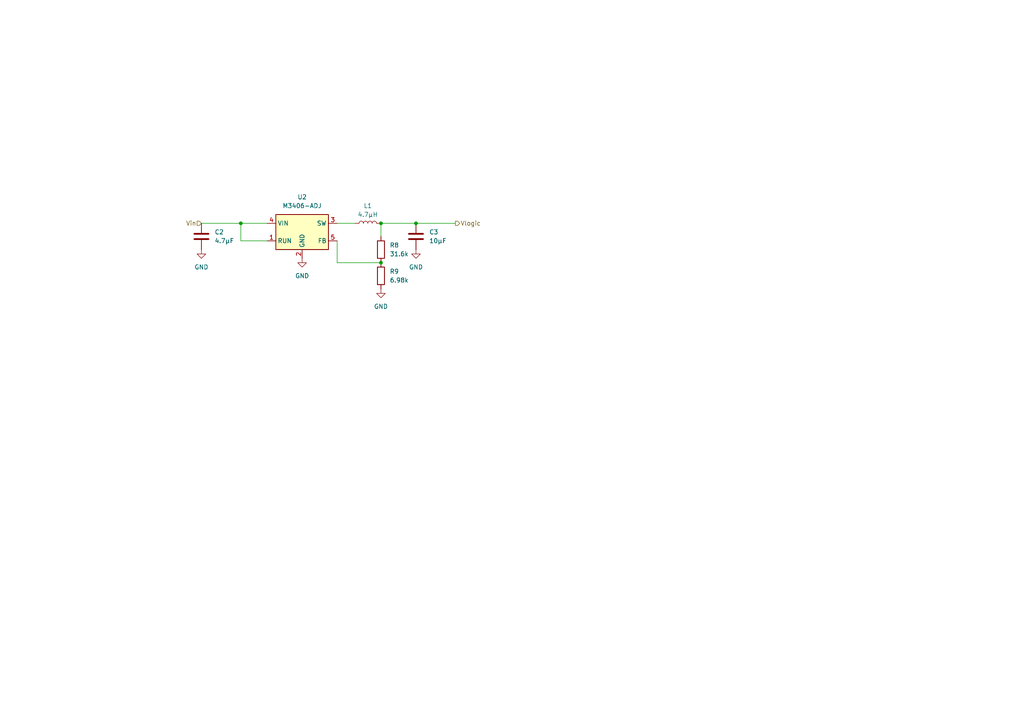
<source format=kicad_sch>
(kicad_sch (version 20230121) (generator eeschema)
  (paper "A4")
  (lib_symbols
    (symbol "Device:C" (pin_numbers hide) (pin_names (offset 0.254))
      (property "Reference" "C" (at 0.635 2.54 0))
      (property "Value" "C" (at 0.635 -2.54 0))
      (symbol "C_0_1"
        (polyline (pts (xy -2.032 -0.762) (xy 2.032 -0.762)) (stroke (width 0.508)))
        (polyline (pts (xy -2.032 0.762) (xy 2.032 0.762)) (stroke (width 0.508)))
      )
      (symbol "C_1_1"
        (pin passive line (at 0 3.81 270) (length 2.794) (name "~") (number "1"))
        (pin passive line (at 0 -3.81 90) (length 2.794) (name "~") (number "2"))
      )
    )
    (symbol "Device:L" (pin_numbers hide) (pin_names (offset 1.016) hide)
      (property "Reference" "L" (at -1.27 0 90))
      (property "Value" "L" (at 1.905 0 90))
      (symbol "L_0_1"
        (arc (start 0 -2.54) (mid 0.6323 -1.905) (end 0 -1.27))
        (arc (start 0 -1.27) (mid 0.6323 -0.635) (end 0 0))
        (arc (start 0 0) (mid 0.6323 0.635) (end 0 1.27))
        (arc (start 0 1.27) (mid 0.6323 1.905) (end 0 2.54))
      )
      (symbol "L_1_1"
        (pin passive line (at 0 3.81 270) (length 1.27) (name "1") (number "1"))
        (pin passive line (at 0 -3.81 90) (length 1.27) (name "2") (number "2"))
      )
    )
    (symbol "Device:R" (pin_numbers hide) (pin_names (offset 0))
      (property "Reference" "R" (at 2.032 0 90))
      (property "Value" "R" (at 0 0 90))
      (symbol "R_0_1"
        (rectangle (start -1.016 -2.54) (end 1.016 2.54) (stroke (width 0.254)))
      )
      (symbol "R_1_1"
        (pin passive line (at 0 3.81 270) (length 1.27) (name "~") (number "1"))
        (pin passive line (at 0 -3.81 90) (length 1.27) (name "~") (number "2"))
      )
    )
    (symbol "Regulator_Switching:AOZ1280CI"
      (property "Reference" "U6" (at 0 10.16 0))
      (property "Value" "M3406-ADJ" (at 0 7.62 0))
      (symbol "AOZ1280CI_0_1"
        (rectangle (start -7.62 5.08) (end 7.62 -5.08) (stroke (width 0.254)) (fill (type background)))
      )
      (symbol "AOZ1280CI_1_1"
        (pin input line (at -10.16 -2.54 0) (length 2.54) (name "RUN") (number "1"))
        (pin power_in line (at 0 -7.62 90) (length 2.54) (name "GND") (number "2"))
        (pin power_out line (at 10.16 2.54 180) (length 2.54) (name "SW") (number "3"))
        (pin power_in line (at -10.16 2.54 0) (length 2.54) (name "VIN") (number "4"))
        (pin input line (at 10.16 -2.54 180) (length 2.54) (name "FB") (number "5"))
      )
    )
    (symbol "power:GND" (power) (pin_names (offset 0))
      (property "Value" "GND" (at 0 -3.81 0))
      (symbol "GND_0_1"
        (polyline (pts (xy 0 0) (xy 0 -1.27) (xy 1.27 -1.27) (xy 0 -2.54) (xy -1.27 -1.27) (xy 0 -1.27)))
      )
      (symbol "GND_1_1"
        (pin power_in line (at 0 0 270) (length 0) hide (name "GND") (number "1"))
      )
    )
  )
  (junction (at 120.65 64.77))
  (junction (at 110.49 76.2))
  (junction (at 110.49 64.77))
  (junction (at 69.85 64.77))
  (wire (pts (xy 110.49 64.77) (xy 120.65 64.77)))
  (wire (pts (xy 110.49 64.77) (xy 110.49 68.58)))
  (wire (pts (xy 97.79 64.77) (xy 102.87 64.77)))
  (wire (pts (xy 110.49 76.2) (xy 97.79 76.2)))
  (wire (pts (xy 97.79 69.85) (xy 97.79 76.2)))
  (wire (pts (xy 69.85 64.77) (xy 77.47 64.77)))
  (wire (pts (xy 69.85 69.85) (xy 69.85 64.77)))
  (wire (pts (xy 120.65 64.77) (xy 132.08 64.77)))
  (wire (pts (xy 69.85 69.85) (xy 77.47 69.85)))
  (wire (pts (xy 58.42 64.77) (xy 69.85 64.77)))
  (hierarchical_label "Vin" (shape input) (at 58.42 64.77 180))
  (hierarchical_label "Vlogic" (shape output) (at 132.08 64.77 0))
  (symbol (lib_id "power:GND") (at 58.42 72.39 0) (unit 1)
    (property "Reference" "#PWR012" (effects hide))
    (property "Value" "GND" (at 58.42 77.47 0))
  )
  (symbol (lib_id "Device:R") (at 110.49 80.01 180) (unit 1)
    (property "Reference" "R9" (at 113.03 78.74 0) (effects (justify right)))
    (property "Value" "6.98k" (at 113.03 81.28 0) (effects (justify right)))
    (property "Footprint" "Resistor_SMD:R_0603_1608Metric" (effects hide))
  )
  (symbol (lib_id "Device:L") (at 106.68 64.77 90) (unit 1)
    (property "Reference" "L1" (at 106.68 59.69 90))
    (property "Value" "4.7µH" (at 106.68 62.23 90))
  )
  (symbol (lib_id "Device:R") (at 110.49 72.39 180) (unit 1)
    (property "Reference" "R8" (at 113.03 71.12 0) (effects (justify right)))
    (property "Value" "31.6k" (at 113.03 73.66 0) (effects (justify right)))
    (property "Footprint" "Resistor_SMD:R_0603_1608Metric" (effects hide))
  )
  (symbol (lib_id "power:GND") (at 110.49 83.82 0) (unit 1)
    (property "Reference" "#PWR014" (effects hide))
    (property "Value" "GND" (at 110.49 88.9 0))
  )
  (symbol (lib_id "power:GND") (at 120.65 72.39 0) (unit 1)
    (property "Reference" "#PWR015" (effects hide))
    (property "Value" "GND" (at 120.65 77.47 0))
  )
  (symbol (lib_id "Regulator_Switching:AOZ1280CI") (at 87.63 67.31 0) (unit 1)
    (property "Reference" "U2" (at 87.63 57.15 0))
    (property "Value" "M3406-ADJ" (at 87.63 59.69 0))
    (property "Footprint" "Package_TO_SOT_SMD:SOT-23-5" (effects hide))
    (property "Datasheet" "https://datasheet.lcsc.com/lcsc/2304140030_XI-AN-Aerosemi-Tech-M3406-ADJ_C83224.pdf" (effects hide))
    (property "LCSC" "C83224" (effects hide))
  )
  (symbol (lib_id "power:GND") (at 87.63 74.93 0) (unit 1)
    (property "Reference" "#PWR013" (effects hide))
    (property "Value" "GND" (at 87.63 80.01 0))
  )
  (symbol (lib_id "Device:C") (at 58.42 68.58 0) (unit 1)
    (property "Reference" "C2" (at 62.23 67.31 0) (effects (justify left)))
    (property "Value" "4.7µF" (at 62.23 69.85 0) (effects (justify left)))
    (property "Footprint" "Capacitor_SMD:C_0603_1608Metric" (effects hide))
  )
  (symbol (lib_id "Device:C") (at 120.65 68.58 0) (unit 1)
    (property "Reference" "C3" (at 124.46 67.31 0) (effects (justify left)))
    (property "Value" "10µF" (at 124.46 69.85 0) (effects (justify left)))
    (property "Footprint" "Capacitor_SMD:C_0603_1608Metric" (effects hide))
  )
)
</source>
